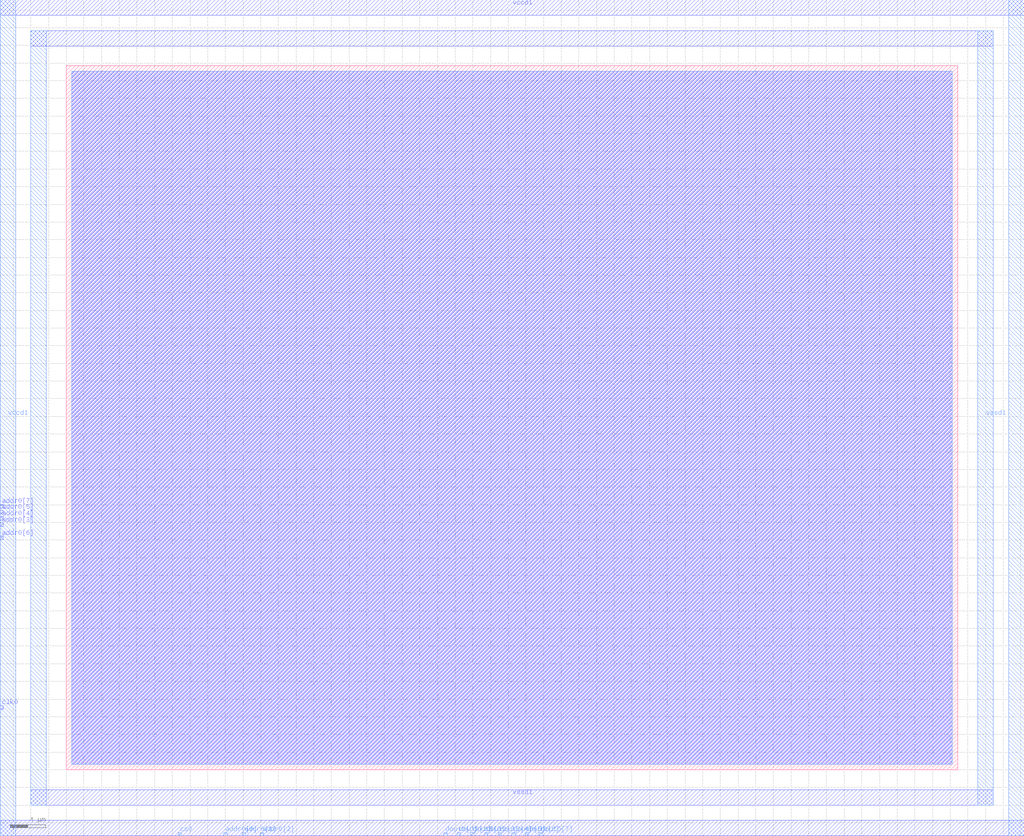
<source format=lef>
VERSION 5.4 ;
NAMESCASESENSITIVE ON ;
BUSBITCHARS "[]" ;
DIVIDERCHAR "/" ;
UNITS
  DATABASE MICRONS 2000 ;
END UNITS
MACRO sky130_rom_krom
   CLASS BLOCK ;
   SIZE 100.87 BY 79.67 ;
   SYMMETRY X Y R90 ;
   PIN clk0
      DIRECTION INPUT ;
      PORT
         LAYER met3 ;
         RECT  -7.48 6.86 -7.1 7.24 ;
      END
   END clk0
   PIN cs0
      DIRECTION INPUT ;
      PORT
         LAYER met4 ;
         RECT  12.645 -7.48 13.025 -7.1 ;
      END
   END cs0
   PIN addr0[0]
      DIRECTION INPUT ;
      PORT
         LAYER met4 ;
         RECT  17.825 -7.48 18.205 -7.1 ;
      END
   END addr0[0]
   PIN addr0[1]
      DIRECTION INPUT ;
      PORT
         LAYER met4 ;
         RECT  19.93 -7.48 20.31 -7.1 ;
      END
   END addr0[1]
   PIN addr0[2]
      DIRECTION INPUT ;
      PORT
         LAYER met4 ;
         RECT  21.97 -7.48 22.35 -7.1 ;
      END
   END addr0[2]
   PIN addr0[3]
      DIRECTION INPUT ;
      PORT
         LAYER met3 ;
         RECT  -7.48 27.54 -7.1 27.92 ;
      END
   END addr0[3]
   PIN addr0[4]
      DIRECTION INPUT ;
      PORT
         LAYER met3 ;
         RECT  -7.48 28.285 -7.1 28.665 ;
      END
   END addr0[4]
   PIN addr0[5]
      DIRECTION INPUT ;
      PORT
         LAYER met3 ;
         RECT  -7.48 28.975 -7.1 29.355 ;
      END
   END addr0[5]
   PIN addr0[6]
      DIRECTION INPUT ;
      PORT
         LAYER met3 ;
         RECT  -7.48 26.07 -7.1 26.45 ;
      END
   END addr0[6]
   PIN addr0[7]
      DIRECTION INPUT ;
      PORT
         LAYER met3 ;
         RECT  -7.48 29.665 -7.1 30.045 ;
      END
   END addr0[7]
   PIN dout0[0]
      DIRECTION OUTPUT ;
      PORT
         LAYER met4 ;
         RECT  42.695 -7.48 43.075 -7.1 ;
      END
   END dout0[0]
   PIN dout0[1]
      DIRECTION OUTPUT ;
      PORT
         LAYER met4 ;
         RECT  44.235 -7.48 44.615 -7.1 ;
      END
   END dout0[1]
   PIN dout0[2]
      DIRECTION OUTPUT ;
      PORT
         LAYER met4 ;
         RECT  45.775 -7.48 46.155 -7.1 ;
      END
   END dout0[2]
   PIN dout0[3]
      DIRECTION OUTPUT ;
      PORT
         LAYER met4 ;
         RECT  47.315 -7.48 47.695 -7.1 ;
      END
   END dout0[3]
   PIN dout0[4]
      DIRECTION OUTPUT ;
      PORT
         LAYER met4 ;
         RECT  48.855 -7.48 49.235 -7.1 ;
      END
   END dout0[4]
   PIN dout0[5]
      DIRECTION OUTPUT ;
      PORT
         LAYER met4 ;
         RECT  50.395 -7.48 50.775 -7.1 ;
      END
   END dout0[5]
   PIN dout0[6]
      DIRECTION OUTPUT ;
      PORT
         LAYER met4 ;
         RECT  51.935 -7.48 52.315 -7.1 ;
      END
   END dout0[6]
   PIN dout0[7]
      DIRECTION OUTPUT ;
      PORT
         LAYER met4 ;
         RECT  53.475 -7.48 53.855 -7.1 ;
      END
   END dout0[7]
   PIN vccd1
      DIRECTION INOUT ;
      USE POWER ; 
      SHAPE ABUTMENT ; 
      PORT
         LAYER met3 ;
         RECT  -7.48 -7.48 108.35 -5.74 ;
         LAYER met3 ;
         RECT  -7.48 85.41 108.35 87.15 ;
         LAYER met4 ;
         RECT  106.61 -7.48 108.35 87.15 ;
         LAYER met4 ;
         RECT  -7.48 -7.48 -5.74 87.15 ;
      END
   END vccd1
   PIN vssd1
      DIRECTION INOUT ;
      USE GROUND ; 
      SHAPE ABUTMENT ; 
      PORT
         LAYER met4 ;
         RECT  -4.0 -4.0 -2.26 83.67 ;
         LAYER met3 ;
         RECT  -4.0 81.93 104.87 83.67 ;
         LAYER met3 ;
         RECT  -4.0 -4.0 104.87 -2.26 ;
         LAYER met4 ;
         RECT  103.13 -4.0 104.87 83.67 ;
      END
   END vssd1
   OBS
   LAYER  met1 ;
      RECT  0.62 0.62 100.25 79.05 ;
   LAYER  met2 ;
      RECT  0.62 0.62 100.25 79.05 ;
   LAYER  met3 ;
      RECT  0.62 0.62 100.25 79.05 ;
   LAYER  met4 ;
      RECT  0.62 0.62 100.25 79.05 ;
   END
END    sky130_rom_krom
END    LIBRARY

</source>
